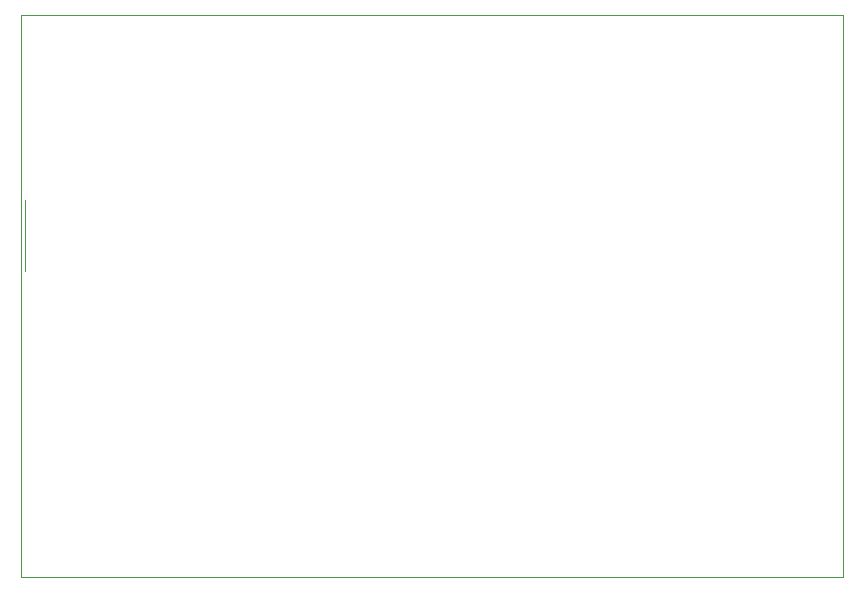
<source format=gbr>
%TF.GenerationSoftware,KiCad,Pcbnew,no-vcs-found-b05a40e~61~ubuntu16.04.1*%
%TF.CreationDate,2017-12-24T14:58:55+02:00*%
%TF.ProjectId,7-segment-block,372D7365676D656E742D626C6F636B2E,rev?*%
%TF.SameCoordinates,Original*%
%TF.FileFunction,Legend,Top*%
%TF.FilePolarity,Positive*%
%FSLAX46Y46*%
G04 Gerber Fmt 4.6, Leading zero omitted, Abs format (unit mm)*
G04 Created by KiCad (PCBNEW no-vcs-found-b05a40e~61~ubuntu16.04.1) date Sun Dec 24 14:58:55 2017*
%MOMM*%
%LPD*%
G01*
G04 APERTURE LIST*
%ADD10C,0.120000*%
G04 APERTURE END LIST*
D10*
%TO.C,AFF1*%
X126050000Y-91725000D02*
X126050000Y-44125000D01*
X195650000Y-91725000D02*
X126050000Y-91725000D01*
X195650000Y-44125000D02*
X195650000Y-91725000D01*
X126050000Y-44125000D02*
X195650000Y-44125000D01*
X126380000Y-59825000D02*
X126380000Y-65825000D01*
%TD*%
M02*

</source>
